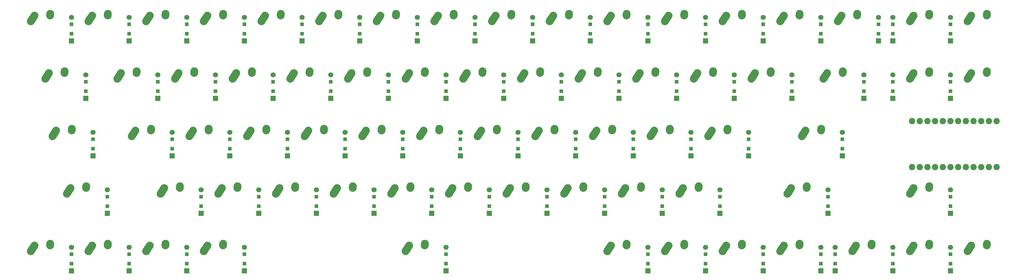
<source format=gbs>
%TF.GenerationSoftware,KiCad,Pcbnew,(5.1.6-0-10_14)*%
%TF.CreationDate,2020-08-01T01:29:04+08:00*%
%TF.ProjectId,K45.0,4b34352e-302e-46b6-9963-61645f706362,rev?*%
%TF.SameCoordinates,Original*%
%TF.FileFunction,Soldermask,Bot*%
%TF.FilePolarity,Negative*%
%FSLAX46Y46*%
G04 Gerber Fmt 4.6, Leading zero omitted, Abs format (unit mm)*
G04 Created by KiCad (PCBNEW (5.1.6-0-10_14)) date 2020-08-01 01:29:04*
%MOMM*%
%LPD*%
G01*
G04 APERTURE LIST*
%ADD10C,2.082800*%
%ADD11C,1.700000*%
%ADD12R,1.700000X1.700000*%
%ADD13R,1.300000X1.300000*%
G04 APERTURE END LIST*
D10*
%TO.C,B1*%
X342106250Y-151923750D03*
X344646250Y-151923750D03*
X347186250Y-151923750D03*
X349726250Y-151923750D03*
X352266250Y-151923750D03*
X354806250Y-151923750D03*
X357346250Y-151923750D03*
X359886250Y-151923750D03*
X362426250Y-151923750D03*
X364966250Y-151923750D03*
X367506250Y-151923750D03*
X370046250Y-151923750D03*
X370046250Y-167163750D03*
X367506250Y-167163750D03*
X364966250Y-167163750D03*
X362426250Y-167163750D03*
X359886250Y-167163750D03*
X357346250Y-167163750D03*
X354806250Y-167163750D03*
X352266250Y-167163750D03*
X349726250Y-167163750D03*
X347186250Y-167163750D03*
X344646250Y-167163750D03*
X342106250Y-167163750D03*
%TD*%
%TO.C,K_PGDN1*%
G36*
G01*
X359375379Y-137224076D02*
X360584303Y-135326446D01*
G75*
G02*
X362379201Y-134928526I1096409J-698489D01*
G01*
X362379201Y-134928526D01*
G75*
G02*
X362777121Y-136723424I-698489J-1096409D01*
G01*
X361568197Y-138621054D01*
G75*
G02*
X359773299Y-139018974I-1096409J698489D01*
G01*
X359773299Y-139018974D01*
G75*
G02*
X359375379Y-137224076I698489J1096409D01*
G01*
G37*
G36*
G01*
X365534536Y-135904659D02*
X365573984Y-135326002D01*
G75*
G02*
X366959394Y-134117432I1296990J-88420D01*
G01*
X366959394Y-134117432D01*
G75*
G02*
X368167964Y-135502842I-88420J-1296990D01*
G01*
X368128516Y-136081498D01*
G75*
G02*
X366743106Y-137290068I-1296990J88420D01*
G01*
X366743106Y-137290068D01*
G75*
G02*
X365534536Y-135904658I88420J1296990D01*
G01*
G37*
%TD*%
%TO.C,K_ESC1*%
G36*
G01*
X49812879Y-118174076D02*
X51021803Y-116276446D01*
G75*
G02*
X52816701Y-115878526I1096409J-698489D01*
G01*
X52816701Y-115878526D01*
G75*
G02*
X53214621Y-117673424I-698489J-1096409D01*
G01*
X52005697Y-119571054D01*
G75*
G02*
X50210799Y-119968974I-1096409J698489D01*
G01*
X50210799Y-119968974D01*
G75*
G02*
X49812879Y-118174076I698489J1096409D01*
G01*
G37*
G36*
G01*
X55972036Y-116854659D02*
X56011484Y-116276002D01*
G75*
G02*
X57396894Y-115067432I1296990J-88420D01*
G01*
X57396894Y-115067432D01*
G75*
G02*
X58605464Y-116452842I-88420J-1296990D01*
G01*
X58566016Y-117031498D01*
G75*
G02*
X57180606Y-118240068I-1296990J88420D01*
G01*
X57180606Y-118240068D01*
G75*
G02*
X55972036Y-116854658I88420J1296990D01*
G01*
G37*
%TD*%
D11*
%TO.C,D_0*%
X254793750Y-117543750D03*
D12*
X254793750Y-125343750D03*
D13*
X254793750Y-123018750D03*
X254793750Y-119868750D03*
%TD*%
D11*
%TO.C,D_1*%
X83343750Y-117543750D03*
D12*
X83343750Y-125343750D03*
D13*
X83343750Y-123018750D03*
X83343750Y-119868750D03*
%TD*%
D11*
%TO.C,D_2*%
X102393750Y-117543750D03*
D12*
X102393750Y-125343750D03*
D13*
X102393750Y-123018750D03*
X102393750Y-119868750D03*
%TD*%
D11*
%TO.C,D_3*%
X121443750Y-117543750D03*
D12*
X121443750Y-125343750D03*
D13*
X121443750Y-123018750D03*
X121443750Y-119868750D03*
%TD*%
D11*
%TO.C,D_4*%
X140493750Y-117543750D03*
D12*
X140493750Y-125343750D03*
D13*
X140493750Y-123018750D03*
X140493750Y-119868750D03*
%TD*%
D11*
%TO.C,D_5*%
X159543750Y-117543750D03*
D12*
X159543750Y-125343750D03*
D13*
X159543750Y-123018750D03*
X159543750Y-119868750D03*
%TD*%
D11*
%TO.C,D_6*%
X178593750Y-117543750D03*
D12*
X178593750Y-125343750D03*
D13*
X178593750Y-123018750D03*
X178593750Y-119868750D03*
%TD*%
D11*
%TO.C,D_7*%
X197643750Y-117543750D03*
D12*
X197643750Y-125343750D03*
D13*
X197643750Y-123018750D03*
X197643750Y-119868750D03*
%TD*%
D11*
%TO.C,D_8*%
X216693750Y-117543750D03*
D12*
X216693750Y-125343750D03*
D13*
X216693750Y-123018750D03*
X216693750Y-119868750D03*
%TD*%
D11*
%TO.C,D_9*%
X235743750Y-117543750D03*
D12*
X235743750Y-125343750D03*
D13*
X235743750Y-123018750D03*
X235743750Y-119868750D03*
%TD*%
D11*
%TO.C,D_A1*%
X97631250Y-155643750D03*
D12*
X97631250Y-163443750D03*
D13*
X97631250Y-161118750D03*
X97631250Y-157968750D03*
%TD*%
%TO.C,D_B1*%
X183356250Y-177018750D03*
X183356250Y-180168750D03*
D12*
X183356250Y-182493750D03*
D11*
X183356250Y-174693750D03*
%TD*%
%TO.C,D_backslash1*%
X326231250Y-136593750D03*
D12*
X326231250Y-144393750D03*
D13*
X326231250Y-142068750D03*
X326231250Y-138918750D03*
%TD*%
%TO.C,D_C1*%
X145256250Y-177018750D03*
X145256250Y-180168750D03*
D12*
X145256250Y-182493750D03*
D11*
X145256250Y-174693750D03*
%TD*%
%TO.C,D_CAPLK1*%
X71437500Y-155643750D03*
D12*
X71437500Y-163443750D03*
D13*
X71437500Y-161118750D03*
X71437500Y-157968750D03*
%TD*%
%TO.C,D_comma1*%
X240506250Y-177018750D03*
X240506250Y-180168750D03*
D12*
X240506250Y-182493750D03*
D11*
X240506250Y-174693750D03*
%TD*%
D13*
%TO.C,D_D1*%
X135731250Y-157968750D03*
X135731250Y-161118750D03*
D12*
X135731250Y-163443750D03*
D11*
X135731250Y-155643750D03*
%TD*%
%TO.C,D_DEL1*%
X330993750Y-117543750D03*
D12*
X330993750Y-125343750D03*
D13*
X330993750Y-123018750D03*
X330993750Y-119868750D03*
%TD*%
%TO.C,D_DN1*%
X335756250Y-196068750D03*
X335756250Y-199218750D03*
D12*
X335756250Y-201543750D03*
D11*
X335756250Y-193743750D03*
%TD*%
D13*
%TO.C,D_dot1*%
X259556250Y-177018750D03*
X259556250Y-180168750D03*
D12*
X259556250Y-182493750D03*
D11*
X259556250Y-174693750D03*
%TD*%
%TO.C,D_E1*%
X130968750Y-136593750D03*
D12*
X130968750Y-144393750D03*
D13*
X130968750Y-142068750D03*
X130968750Y-138918750D03*
%TD*%
D11*
%TO.C,D_END1*%
X335756250Y-136593750D03*
D12*
X335756250Y-144393750D03*
D13*
X335756250Y-142068750D03*
X335756250Y-138918750D03*
%TD*%
%TO.C,D_ENTER1*%
X319087500Y-157968750D03*
X319087500Y-161118750D03*
D12*
X319087500Y-163443750D03*
D11*
X319087500Y-155643750D03*
%TD*%
%TO.C,D_ESC1*%
X64293750Y-117543750D03*
D12*
X64293750Y-125343750D03*
D13*
X64293750Y-123018750D03*
X64293750Y-119868750D03*
%TD*%
%TO.C,D_F1*%
X154781250Y-157968750D03*
X154781250Y-161118750D03*
D12*
X154781250Y-163443750D03*
D11*
X154781250Y-155643750D03*
%TD*%
D13*
%TO.C,D_G1*%
X173831250Y-157968750D03*
X173831250Y-161118750D03*
D12*
X173831250Y-163443750D03*
D11*
X173831250Y-155643750D03*
%TD*%
D13*
%TO.C,D_H1*%
X192881250Y-157968750D03*
X192881250Y-161118750D03*
D12*
X192881250Y-163443750D03*
D11*
X192881250Y-155643750D03*
%TD*%
%TO.C,D_HOME1*%
X335756250Y-117543750D03*
D12*
X335756250Y-125343750D03*
D13*
X335756250Y-123018750D03*
X335756250Y-119868750D03*
%TD*%
D11*
%TO.C,D_I1*%
X226218750Y-136593750D03*
D12*
X226218750Y-144393750D03*
D13*
X226218750Y-142068750D03*
X226218750Y-138918750D03*
%TD*%
%TO.C,D_J1*%
X211931250Y-157968750D03*
X211931250Y-161118750D03*
D12*
X211931250Y-163443750D03*
D11*
X211931250Y-155643750D03*
%TD*%
D13*
%TO.C,D_K1*%
X230981250Y-157968750D03*
X230981250Y-161118750D03*
D12*
X230981250Y-163443750D03*
D11*
X230981250Y-155643750D03*
%TD*%
D13*
%TO.C,D_L1*%
X250031250Y-157968750D03*
X250031250Y-161118750D03*
D12*
X250031250Y-163443750D03*
D11*
X250031250Y-155643750D03*
%TD*%
D13*
%TO.C,D_LALT1*%
X102393750Y-196068750D03*
X102393750Y-199218750D03*
D12*
X102393750Y-201543750D03*
D11*
X102393750Y-193743750D03*
%TD*%
D13*
%TO.C,D_LCMD1*%
X121443750Y-196068750D03*
X121443750Y-199218750D03*
D12*
X121443750Y-201543750D03*
D11*
X121443750Y-193743750D03*
%TD*%
D13*
%TO.C,D_LCTRL1*%
X83343750Y-196068750D03*
X83343750Y-199218750D03*
D12*
X83343750Y-201543750D03*
D11*
X83343750Y-193743750D03*
%TD*%
%TO.C,D_leftsquare1*%
X283368750Y-136593750D03*
D12*
X283368750Y-144393750D03*
D13*
X283368750Y-142068750D03*
X283368750Y-138918750D03*
%TD*%
%TO.C,D_LFN1*%
X64293750Y-196068750D03*
X64293750Y-199218750D03*
D12*
X64293750Y-201543750D03*
D11*
X64293750Y-193743750D03*
%TD*%
D13*
%TO.C,D_LIFT1*%
X292893750Y-196068750D03*
X292893750Y-199218750D03*
D12*
X292893750Y-201543750D03*
D11*
X292893750Y-193743750D03*
%TD*%
D13*
%TO.C,D_LSHIFT1*%
X76200000Y-177018750D03*
X76200000Y-180168750D03*
D12*
X76200000Y-182493750D03*
D11*
X76200000Y-174693750D03*
%TD*%
D13*
%TO.C,D_LT1*%
X316706250Y-196068750D03*
X316706250Y-199218750D03*
D12*
X316706250Y-201543750D03*
D11*
X316706250Y-193743750D03*
%TD*%
D13*
%TO.C,D_M1*%
X221456250Y-177018750D03*
X221456250Y-180168750D03*
D12*
X221456250Y-182493750D03*
D11*
X221456250Y-174693750D03*
%TD*%
%TO.C,D_minus1*%
X273843750Y-117543750D03*
D12*
X273843750Y-125343750D03*
D13*
X273843750Y-123018750D03*
X273843750Y-119868750D03*
%TD*%
%TO.C,D_N1*%
X202406250Y-177018750D03*
X202406250Y-180168750D03*
D12*
X202406250Y-182493750D03*
D11*
X202406250Y-174693750D03*
%TD*%
%TO.C,D_O1*%
X245268750Y-136593750D03*
D12*
X245268750Y-144393750D03*
D13*
X245268750Y-142068750D03*
X245268750Y-138918750D03*
%TD*%
D11*
%TO.C,D_P1*%
X264318750Y-136593750D03*
D12*
X264318750Y-144393750D03*
D13*
X264318750Y-142068750D03*
X264318750Y-138918750D03*
%TD*%
D11*
%TO.C,D_PGDN1*%
X354806250Y-136593750D03*
D12*
X354806250Y-144393750D03*
D13*
X354806250Y-142068750D03*
X354806250Y-138918750D03*
%TD*%
D11*
%TO.C,D_PGUP1*%
X354806250Y-117543750D03*
D12*
X354806250Y-125343750D03*
D13*
X354806250Y-123018750D03*
X354806250Y-119868750D03*
%TD*%
D11*
%TO.C,D_plus1*%
X292893750Y-117543750D03*
D12*
X292893750Y-125343750D03*
D13*
X292893750Y-123018750D03*
X292893750Y-119868750D03*
%TD*%
D11*
%TO.C,D_Q1*%
X92868750Y-136593750D03*
D12*
X92868750Y-144393750D03*
D13*
X92868750Y-142068750D03*
X92868750Y-138918750D03*
%TD*%
%TO.C,D_quote1*%
X288131250Y-157968750D03*
X288131250Y-161118750D03*
D12*
X288131250Y-163443750D03*
D11*
X288131250Y-155643750D03*
%TD*%
%TO.C,D_R1*%
X150018750Y-136593750D03*
D12*
X150018750Y-144393750D03*
D13*
X150018750Y-142068750D03*
X150018750Y-138918750D03*
%TD*%
%TO.C,D_RALT1*%
X273843750Y-196068750D03*
X273843750Y-199218750D03*
D12*
X273843750Y-201543750D03*
D11*
X273843750Y-193743750D03*
%TD*%
D13*
%TO.C,D_RCMD1*%
X254793750Y-196068750D03*
X254793750Y-199218750D03*
D12*
X254793750Y-201543750D03*
D11*
X254793750Y-193743750D03*
%TD*%
D13*
%TO.C,D_RFN1*%
X311943750Y-196068750D03*
X311943750Y-199218750D03*
D12*
X311943750Y-201543750D03*
D11*
X311943750Y-193743750D03*
%TD*%
%TO.C,D_rightsquare1*%
X302418750Y-136593750D03*
D12*
X302418750Y-144393750D03*
D13*
X302418750Y-142068750D03*
X302418750Y-138918750D03*
%TD*%
%TO.C,D_RSHIFT1*%
X314325000Y-177018750D03*
X314325000Y-180168750D03*
D12*
X314325000Y-182493750D03*
D11*
X314325000Y-174693750D03*
%TD*%
D13*
%TO.C,D_RT1*%
X354806250Y-196068750D03*
X354806250Y-199218750D03*
D12*
X354806250Y-201543750D03*
D11*
X354806250Y-193743750D03*
%TD*%
D13*
%TO.C,D_S1*%
X116681250Y-157968750D03*
X116681250Y-161118750D03*
D12*
X116681250Y-163443750D03*
D11*
X116681250Y-155643750D03*
%TD*%
D13*
%TO.C,D_semicolon1*%
X269081250Y-157968750D03*
X269081250Y-161118750D03*
D12*
X269081250Y-163443750D03*
D11*
X269081250Y-155643750D03*
%TD*%
D13*
%TO.C,D_slash1*%
X278606250Y-177018750D03*
X278606250Y-180168750D03*
D12*
X278606250Y-182493750D03*
D11*
X278606250Y-174693750D03*
%TD*%
D13*
%TO.C,D_space1*%
X188118750Y-196068750D03*
X188118750Y-199218750D03*
D12*
X188118750Y-201543750D03*
D11*
X188118750Y-193743750D03*
%TD*%
%TO.C,D_T1*%
X169068750Y-136593750D03*
D12*
X169068750Y-144393750D03*
D13*
X169068750Y-142068750D03*
X169068750Y-138918750D03*
%TD*%
D11*
%TO.C,D_TAB1*%
X69056250Y-136593750D03*
D12*
X69056250Y-144393750D03*
D13*
X69056250Y-142068750D03*
X69056250Y-138918750D03*
%TD*%
D11*
%TO.C,D_tilde1*%
X311943750Y-117543750D03*
D12*
X311943750Y-125343750D03*
D13*
X311943750Y-123018750D03*
X311943750Y-119868750D03*
%TD*%
D11*
%TO.C,D_U1*%
X207168750Y-136593750D03*
D12*
X207168750Y-144393750D03*
D13*
X207168750Y-142068750D03*
X207168750Y-138918750D03*
%TD*%
%TO.C,D_UP1*%
X354806250Y-177018750D03*
X354806250Y-180168750D03*
D12*
X354806250Y-182493750D03*
D11*
X354806250Y-174693750D03*
%TD*%
D13*
%TO.C,D_V1*%
X164306250Y-177018750D03*
X164306250Y-180168750D03*
D12*
X164306250Y-182493750D03*
D11*
X164306250Y-174693750D03*
%TD*%
%TO.C,D_W1*%
X111918750Y-136593750D03*
D12*
X111918750Y-144393750D03*
D13*
X111918750Y-142068750D03*
X111918750Y-138918750D03*
%TD*%
%TO.C,D_X1*%
X126206250Y-177018750D03*
X126206250Y-180168750D03*
D12*
X126206250Y-182493750D03*
D11*
X126206250Y-174693750D03*
%TD*%
%TO.C,D_Y1*%
X188118750Y-136593750D03*
D12*
X188118750Y-144393750D03*
D13*
X188118750Y-142068750D03*
X188118750Y-138918750D03*
%TD*%
%TO.C,D_Z1*%
X107156250Y-177018750D03*
X107156250Y-180168750D03*
D12*
X107156250Y-182493750D03*
D11*
X107156250Y-174693750D03*
%TD*%
%TO.C,K_0*%
G36*
G01*
X246472036Y-116854659D02*
X246511484Y-116276002D01*
G75*
G02*
X247896894Y-115067432I1296990J-88420D01*
G01*
X247896894Y-115067432D01*
G75*
G02*
X249105464Y-116452842I-88420J-1296990D01*
G01*
X249066016Y-117031498D01*
G75*
G02*
X247680606Y-118240068I-1296990J88420D01*
G01*
X247680606Y-118240068D01*
G75*
G02*
X246472036Y-116854658I88420J1296990D01*
G01*
G37*
G36*
G01*
X240312879Y-118174076D02*
X241521803Y-116276446D01*
G75*
G02*
X243316701Y-115878526I1096409J-698489D01*
G01*
X243316701Y-115878526D01*
G75*
G02*
X243714621Y-117673424I-698489J-1096409D01*
G01*
X242505697Y-119571054D01*
G75*
G02*
X240710799Y-119968974I-1096409J698489D01*
G01*
X240710799Y-119968974D01*
G75*
G02*
X240312879Y-118174076I698489J1096409D01*
G01*
G37*
%TD*%
%TO.C,K_1*%
G36*
G01*
X75022036Y-116854659D02*
X75061484Y-116276002D01*
G75*
G02*
X76446894Y-115067432I1296990J-88420D01*
G01*
X76446894Y-115067432D01*
G75*
G02*
X77655464Y-116452842I-88420J-1296990D01*
G01*
X77616016Y-117031498D01*
G75*
G02*
X76230606Y-118240068I-1296990J88420D01*
G01*
X76230606Y-118240068D01*
G75*
G02*
X75022036Y-116854658I88420J1296990D01*
G01*
G37*
G36*
G01*
X68862879Y-118174076D02*
X70071803Y-116276446D01*
G75*
G02*
X71866701Y-115878526I1096409J-698489D01*
G01*
X71866701Y-115878526D01*
G75*
G02*
X72264621Y-117673424I-698489J-1096409D01*
G01*
X71055697Y-119571054D01*
G75*
G02*
X69260799Y-119968974I-1096409J698489D01*
G01*
X69260799Y-119968974D01*
G75*
G02*
X68862879Y-118174076I698489J1096409D01*
G01*
G37*
%TD*%
%TO.C,K_2*%
G36*
G01*
X94072036Y-116854659D02*
X94111484Y-116276002D01*
G75*
G02*
X95496894Y-115067432I1296990J-88420D01*
G01*
X95496894Y-115067432D01*
G75*
G02*
X96705464Y-116452842I-88420J-1296990D01*
G01*
X96666016Y-117031498D01*
G75*
G02*
X95280606Y-118240068I-1296990J88420D01*
G01*
X95280606Y-118240068D01*
G75*
G02*
X94072036Y-116854658I88420J1296990D01*
G01*
G37*
G36*
G01*
X87912879Y-118174076D02*
X89121803Y-116276446D01*
G75*
G02*
X90916701Y-115878526I1096409J-698489D01*
G01*
X90916701Y-115878526D01*
G75*
G02*
X91314621Y-117673424I-698489J-1096409D01*
G01*
X90105697Y-119571054D01*
G75*
G02*
X88310799Y-119968974I-1096409J698489D01*
G01*
X88310799Y-119968974D01*
G75*
G02*
X87912879Y-118174076I698489J1096409D01*
G01*
G37*
%TD*%
%TO.C,K_3*%
G36*
G01*
X113122036Y-116854659D02*
X113161484Y-116276002D01*
G75*
G02*
X114546894Y-115067432I1296990J-88420D01*
G01*
X114546894Y-115067432D01*
G75*
G02*
X115755464Y-116452842I-88420J-1296990D01*
G01*
X115716016Y-117031498D01*
G75*
G02*
X114330606Y-118240068I-1296990J88420D01*
G01*
X114330606Y-118240068D01*
G75*
G02*
X113122036Y-116854658I88420J1296990D01*
G01*
G37*
G36*
G01*
X106962879Y-118174076D02*
X108171803Y-116276446D01*
G75*
G02*
X109966701Y-115878526I1096409J-698489D01*
G01*
X109966701Y-115878526D01*
G75*
G02*
X110364621Y-117673424I-698489J-1096409D01*
G01*
X109155697Y-119571054D01*
G75*
G02*
X107360799Y-119968974I-1096409J698489D01*
G01*
X107360799Y-119968974D01*
G75*
G02*
X106962879Y-118174076I698489J1096409D01*
G01*
G37*
%TD*%
%TO.C,K_4*%
G36*
G01*
X132172036Y-116854659D02*
X132211484Y-116276002D01*
G75*
G02*
X133596894Y-115067432I1296990J-88420D01*
G01*
X133596894Y-115067432D01*
G75*
G02*
X134805464Y-116452842I-88420J-1296990D01*
G01*
X134766016Y-117031498D01*
G75*
G02*
X133380606Y-118240068I-1296990J88420D01*
G01*
X133380606Y-118240068D01*
G75*
G02*
X132172036Y-116854658I88420J1296990D01*
G01*
G37*
G36*
G01*
X126012879Y-118174076D02*
X127221803Y-116276446D01*
G75*
G02*
X129016701Y-115878526I1096409J-698489D01*
G01*
X129016701Y-115878526D01*
G75*
G02*
X129414621Y-117673424I-698489J-1096409D01*
G01*
X128205697Y-119571054D01*
G75*
G02*
X126410799Y-119968974I-1096409J698489D01*
G01*
X126410799Y-119968974D01*
G75*
G02*
X126012879Y-118174076I698489J1096409D01*
G01*
G37*
%TD*%
%TO.C,K_5*%
G36*
G01*
X151222036Y-116854659D02*
X151261484Y-116276002D01*
G75*
G02*
X152646894Y-115067432I1296990J-88420D01*
G01*
X152646894Y-115067432D01*
G75*
G02*
X153855464Y-116452842I-88420J-1296990D01*
G01*
X153816016Y-117031498D01*
G75*
G02*
X152430606Y-118240068I-1296990J88420D01*
G01*
X152430606Y-118240068D01*
G75*
G02*
X151222036Y-116854658I88420J1296990D01*
G01*
G37*
G36*
G01*
X145062879Y-118174076D02*
X146271803Y-116276446D01*
G75*
G02*
X148066701Y-115878526I1096409J-698489D01*
G01*
X148066701Y-115878526D01*
G75*
G02*
X148464621Y-117673424I-698489J-1096409D01*
G01*
X147255697Y-119571054D01*
G75*
G02*
X145460799Y-119968974I-1096409J698489D01*
G01*
X145460799Y-119968974D01*
G75*
G02*
X145062879Y-118174076I698489J1096409D01*
G01*
G37*
%TD*%
%TO.C,K_6*%
G36*
G01*
X170272036Y-116854659D02*
X170311484Y-116276002D01*
G75*
G02*
X171696894Y-115067432I1296990J-88420D01*
G01*
X171696894Y-115067432D01*
G75*
G02*
X172905464Y-116452842I-88420J-1296990D01*
G01*
X172866016Y-117031498D01*
G75*
G02*
X171480606Y-118240068I-1296990J88420D01*
G01*
X171480606Y-118240068D01*
G75*
G02*
X170272036Y-116854658I88420J1296990D01*
G01*
G37*
G36*
G01*
X164112879Y-118174076D02*
X165321803Y-116276446D01*
G75*
G02*
X167116701Y-115878526I1096409J-698489D01*
G01*
X167116701Y-115878526D01*
G75*
G02*
X167514621Y-117673424I-698489J-1096409D01*
G01*
X166305697Y-119571054D01*
G75*
G02*
X164510799Y-119968974I-1096409J698489D01*
G01*
X164510799Y-119968974D01*
G75*
G02*
X164112879Y-118174076I698489J1096409D01*
G01*
G37*
%TD*%
%TO.C,K_7*%
G36*
G01*
X189322036Y-116854659D02*
X189361484Y-116276002D01*
G75*
G02*
X190746894Y-115067432I1296990J-88420D01*
G01*
X190746894Y-115067432D01*
G75*
G02*
X191955464Y-116452842I-88420J-1296990D01*
G01*
X191916016Y-117031498D01*
G75*
G02*
X190530606Y-118240068I-1296990J88420D01*
G01*
X190530606Y-118240068D01*
G75*
G02*
X189322036Y-116854658I88420J1296990D01*
G01*
G37*
G36*
G01*
X183162879Y-118174076D02*
X184371803Y-116276446D01*
G75*
G02*
X186166701Y-115878526I1096409J-698489D01*
G01*
X186166701Y-115878526D01*
G75*
G02*
X186564621Y-117673424I-698489J-1096409D01*
G01*
X185355697Y-119571054D01*
G75*
G02*
X183560799Y-119968974I-1096409J698489D01*
G01*
X183560799Y-119968974D01*
G75*
G02*
X183162879Y-118174076I698489J1096409D01*
G01*
G37*
%TD*%
%TO.C,K_8*%
G36*
G01*
X208372036Y-116854659D02*
X208411484Y-116276002D01*
G75*
G02*
X209796894Y-115067432I1296990J-88420D01*
G01*
X209796894Y-115067432D01*
G75*
G02*
X211005464Y-116452842I-88420J-1296990D01*
G01*
X210966016Y-117031498D01*
G75*
G02*
X209580606Y-118240068I-1296990J88420D01*
G01*
X209580606Y-118240068D01*
G75*
G02*
X208372036Y-116854658I88420J1296990D01*
G01*
G37*
G36*
G01*
X202212879Y-118174076D02*
X203421803Y-116276446D01*
G75*
G02*
X205216701Y-115878526I1096409J-698489D01*
G01*
X205216701Y-115878526D01*
G75*
G02*
X205614621Y-117673424I-698489J-1096409D01*
G01*
X204405697Y-119571054D01*
G75*
G02*
X202610799Y-119968974I-1096409J698489D01*
G01*
X202610799Y-119968974D01*
G75*
G02*
X202212879Y-118174076I698489J1096409D01*
G01*
G37*
%TD*%
%TO.C,K_9*%
G36*
G01*
X227422036Y-116854659D02*
X227461484Y-116276002D01*
G75*
G02*
X228846894Y-115067432I1296990J-88420D01*
G01*
X228846894Y-115067432D01*
G75*
G02*
X230055464Y-116452842I-88420J-1296990D01*
G01*
X230016016Y-117031498D01*
G75*
G02*
X228630606Y-118240068I-1296990J88420D01*
G01*
X228630606Y-118240068D01*
G75*
G02*
X227422036Y-116854658I88420J1296990D01*
G01*
G37*
G36*
G01*
X221262879Y-118174076D02*
X222471803Y-116276446D01*
G75*
G02*
X224266701Y-115878526I1096409J-698489D01*
G01*
X224266701Y-115878526D01*
G75*
G02*
X224664621Y-117673424I-698489J-1096409D01*
G01*
X223455697Y-119571054D01*
G75*
G02*
X221660799Y-119968974I-1096409J698489D01*
G01*
X221660799Y-119968974D01*
G75*
G02*
X221262879Y-118174076I698489J1096409D01*
G01*
G37*
%TD*%
%TO.C,K_A1*%
G36*
G01*
X83150379Y-156274076D02*
X84359303Y-154376446D01*
G75*
G02*
X86154201Y-153978526I1096409J-698489D01*
G01*
X86154201Y-153978526D01*
G75*
G02*
X86552121Y-155773424I-698489J-1096409D01*
G01*
X85343197Y-157671054D01*
G75*
G02*
X83548299Y-158068974I-1096409J698489D01*
G01*
X83548299Y-158068974D01*
G75*
G02*
X83150379Y-156274076I698489J1096409D01*
G01*
G37*
G36*
G01*
X89309536Y-154954659D02*
X89348984Y-154376002D01*
G75*
G02*
X90734394Y-153167432I1296990J-88420D01*
G01*
X90734394Y-153167432D01*
G75*
G02*
X91942964Y-154552842I-88420J-1296990D01*
G01*
X91903516Y-155131498D01*
G75*
G02*
X90518106Y-156340068I-1296990J88420D01*
G01*
X90518106Y-156340068D01*
G75*
G02*
X89309536Y-154954658I88420J1296990D01*
G01*
G37*
%TD*%
%TO.C,K_B1*%
G36*
G01*
X175034536Y-174004659D02*
X175073984Y-173426002D01*
G75*
G02*
X176459394Y-172217432I1296990J-88420D01*
G01*
X176459394Y-172217432D01*
G75*
G02*
X177667964Y-173602842I-88420J-1296990D01*
G01*
X177628516Y-174181498D01*
G75*
G02*
X176243106Y-175390068I-1296990J88420D01*
G01*
X176243106Y-175390068D01*
G75*
G02*
X175034536Y-174004658I88420J1296990D01*
G01*
G37*
G36*
G01*
X168875379Y-175324076D02*
X170084303Y-173426446D01*
G75*
G02*
X171879201Y-173028526I1096409J-698489D01*
G01*
X171879201Y-173028526D01*
G75*
G02*
X172277121Y-174823424I-698489J-1096409D01*
G01*
X171068197Y-176721054D01*
G75*
G02*
X169273299Y-177118974I-1096409J698489D01*
G01*
X169273299Y-177118974D01*
G75*
G02*
X168875379Y-175324076I698489J1096409D01*
G01*
G37*
%TD*%
%TO.C,K_backslash1*%
G36*
G01*
X311750379Y-137224076D02*
X312959303Y-135326446D01*
G75*
G02*
X314754201Y-134928526I1096409J-698489D01*
G01*
X314754201Y-134928526D01*
G75*
G02*
X315152121Y-136723424I-698489J-1096409D01*
G01*
X313943197Y-138621054D01*
G75*
G02*
X312148299Y-139018974I-1096409J698489D01*
G01*
X312148299Y-139018974D01*
G75*
G02*
X311750379Y-137224076I698489J1096409D01*
G01*
G37*
G36*
G01*
X317909536Y-135904659D02*
X317948984Y-135326002D01*
G75*
G02*
X319334394Y-134117432I1296990J-88420D01*
G01*
X319334394Y-134117432D01*
G75*
G02*
X320542964Y-135502842I-88420J-1296990D01*
G01*
X320503516Y-136081498D01*
G75*
G02*
X319118106Y-137290068I-1296990J88420D01*
G01*
X319118106Y-137290068D01*
G75*
G02*
X317909536Y-135904658I88420J1296990D01*
G01*
G37*
%TD*%
%TO.C,K_C1*%
G36*
G01*
X136934536Y-174004659D02*
X136973984Y-173426002D01*
G75*
G02*
X138359394Y-172217432I1296990J-88420D01*
G01*
X138359394Y-172217432D01*
G75*
G02*
X139567964Y-173602842I-88420J-1296990D01*
G01*
X139528516Y-174181498D01*
G75*
G02*
X138143106Y-175390068I-1296990J88420D01*
G01*
X138143106Y-175390068D01*
G75*
G02*
X136934536Y-174004658I88420J1296990D01*
G01*
G37*
G36*
G01*
X130775379Y-175324076D02*
X131984303Y-173426446D01*
G75*
G02*
X133779201Y-173028526I1096409J-698489D01*
G01*
X133779201Y-173028526D01*
G75*
G02*
X134177121Y-174823424I-698489J-1096409D01*
G01*
X132968197Y-176721054D01*
G75*
G02*
X131173299Y-177118974I-1096409J698489D01*
G01*
X131173299Y-177118974D01*
G75*
G02*
X130775379Y-175324076I698489J1096409D01*
G01*
G37*
%TD*%
%TO.C,K_CAPLK1*%
G36*
G01*
X56956629Y-156274076D02*
X58165553Y-154376446D01*
G75*
G02*
X59960451Y-153978526I1096409J-698489D01*
G01*
X59960451Y-153978526D01*
G75*
G02*
X60358371Y-155773424I-698489J-1096409D01*
G01*
X59149447Y-157671054D01*
G75*
G02*
X57354549Y-158068974I-1096409J698489D01*
G01*
X57354549Y-158068974D01*
G75*
G02*
X56956629Y-156274076I698489J1096409D01*
G01*
G37*
G36*
G01*
X63115786Y-154954659D02*
X63155234Y-154376002D01*
G75*
G02*
X64540644Y-153167432I1296990J-88420D01*
G01*
X64540644Y-153167432D01*
G75*
G02*
X65749214Y-154552842I-88420J-1296990D01*
G01*
X65709766Y-155131498D01*
G75*
G02*
X64324356Y-156340068I-1296990J88420D01*
G01*
X64324356Y-156340068D01*
G75*
G02*
X63115786Y-154954658I88420J1296990D01*
G01*
G37*
%TD*%
%TO.C,K_comma1*%
G36*
G01*
X232184536Y-174004659D02*
X232223984Y-173426002D01*
G75*
G02*
X233609394Y-172217432I1296990J-88420D01*
G01*
X233609394Y-172217432D01*
G75*
G02*
X234817964Y-173602842I-88420J-1296990D01*
G01*
X234778516Y-174181498D01*
G75*
G02*
X233393106Y-175390068I-1296990J88420D01*
G01*
X233393106Y-175390068D01*
G75*
G02*
X232184536Y-174004658I88420J1296990D01*
G01*
G37*
G36*
G01*
X226025379Y-175324076D02*
X227234303Y-173426446D01*
G75*
G02*
X229029201Y-173028526I1096409J-698489D01*
G01*
X229029201Y-173028526D01*
G75*
G02*
X229427121Y-174823424I-698489J-1096409D01*
G01*
X228218197Y-176721054D01*
G75*
G02*
X226423299Y-177118974I-1096409J698489D01*
G01*
X226423299Y-177118974D01*
G75*
G02*
X226025379Y-175324076I698489J1096409D01*
G01*
G37*
%TD*%
%TO.C,K_D1*%
G36*
G01*
X127409536Y-154954659D02*
X127448984Y-154376002D01*
G75*
G02*
X128834394Y-153167432I1296990J-88420D01*
G01*
X128834394Y-153167432D01*
G75*
G02*
X130042964Y-154552842I-88420J-1296990D01*
G01*
X130003516Y-155131498D01*
G75*
G02*
X128618106Y-156340068I-1296990J88420D01*
G01*
X128618106Y-156340068D01*
G75*
G02*
X127409536Y-154954658I88420J1296990D01*
G01*
G37*
G36*
G01*
X121250379Y-156274076D02*
X122459303Y-154376446D01*
G75*
G02*
X124254201Y-153978526I1096409J-698489D01*
G01*
X124254201Y-153978526D01*
G75*
G02*
X124652121Y-155773424I-698489J-1096409D01*
G01*
X123443197Y-157671054D01*
G75*
G02*
X121648299Y-158068974I-1096409J698489D01*
G01*
X121648299Y-158068974D01*
G75*
G02*
X121250379Y-156274076I698489J1096409D01*
G01*
G37*
%TD*%
%TO.C,K_DEL1*%
G36*
G01*
X316512879Y-118174076D02*
X317721803Y-116276446D01*
G75*
G02*
X319516701Y-115878526I1096409J-698489D01*
G01*
X319516701Y-115878526D01*
G75*
G02*
X319914621Y-117673424I-698489J-1096409D01*
G01*
X318705697Y-119571054D01*
G75*
G02*
X316910799Y-119968974I-1096409J698489D01*
G01*
X316910799Y-119968974D01*
G75*
G02*
X316512879Y-118174076I698489J1096409D01*
G01*
G37*
G36*
G01*
X322672036Y-116854659D02*
X322711484Y-116276002D01*
G75*
G02*
X324096894Y-115067432I1296990J-88420D01*
G01*
X324096894Y-115067432D01*
G75*
G02*
X325305464Y-116452842I-88420J-1296990D01*
G01*
X325266016Y-117031498D01*
G75*
G02*
X323880606Y-118240068I-1296990J88420D01*
G01*
X323880606Y-118240068D01*
G75*
G02*
X322672036Y-116854658I88420J1296990D01*
G01*
G37*
%TD*%
%TO.C,K_DN1*%
G36*
G01*
X340325379Y-194374076D02*
X341534303Y-192476446D01*
G75*
G02*
X343329201Y-192078526I1096409J-698489D01*
G01*
X343329201Y-192078526D01*
G75*
G02*
X343727121Y-193873424I-698489J-1096409D01*
G01*
X342518197Y-195771054D01*
G75*
G02*
X340723299Y-196168974I-1096409J698489D01*
G01*
X340723299Y-196168974D01*
G75*
G02*
X340325379Y-194374076I698489J1096409D01*
G01*
G37*
G36*
G01*
X346484536Y-193054659D02*
X346523984Y-192476002D01*
G75*
G02*
X347909394Y-191267432I1296990J-88420D01*
G01*
X347909394Y-191267432D01*
G75*
G02*
X349117964Y-192652842I-88420J-1296990D01*
G01*
X349078516Y-193231498D01*
G75*
G02*
X347693106Y-194440068I-1296990J88420D01*
G01*
X347693106Y-194440068D01*
G75*
G02*
X346484536Y-193054658I88420J1296990D01*
G01*
G37*
%TD*%
%TO.C,K_dot1*%
G36*
G01*
X251234536Y-174004659D02*
X251273984Y-173426002D01*
G75*
G02*
X252659394Y-172217432I1296990J-88420D01*
G01*
X252659394Y-172217432D01*
G75*
G02*
X253867964Y-173602842I-88420J-1296990D01*
G01*
X253828516Y-174181498D01*
G75*
G02*
X252443106Y-175390068I-1296990J88420D01*
G01*
X252443106Y-175390068D01*
G75*
G02*
X251234536Y-174004658I88420J1296990D01*
G01*
G37*
G36*
G01*
X245075379Y-175324076D02*
X246284303Y-173426446D01*
G75*
G02*
X248079201Y-173028526I1096409J-698489D01*
G01*
X248079201Y-173028526D01*
G75*
G02*
X248477121Y-174823424I-698489J-1096409D01*
G01*
X247268197Y-176721054D01*
G75*
G02*
X245473299Y-177118974I-1096409J698489D01*
G01*
X245473299Y-177118974D01*
G75*
G02*
X245075379Y-175324076I698489J1096409D01*
G01*
G37*
%TD*%
%TO.C,K_E1*%
G36*
G01*
X116487879Y-137224076D02*
X117696803Y-135326446D01*
G75*
G02*
X119491701Y-134928526I1096409J-698489D01*
G01*
X119491701Y-134928526D01*
G75*
G02*
X119889621Y-136723424I-698489J-1096409D01*
G01*
X118680697Y-138621054D01*
G75*
G02*
X116885799Y-139018974I-1096409J698489D01*
G01*
X116885799Y-139018974D01*
G75*
G02*
X116487879Y-137224076I698489J1096409D01*
G01*
G37*
G36*
G01*
X122647036Y-135904659D02*
X122686484Y-135326002D01*
G75*
G02*
X124071894Y-134117432I1296990J-88420D01*
G01*
X124071894Y-134117432D01*
G75*
G02*
X125280464Y-135502842I-88420J-1296990D01*
G01*
X125241016Y-136081498D01*
G75*
G02*
X123855606Y-137290068I-1296990J88420D01*
G01*
X123855606Y-137290068D01*
G75*
G02*
X122647036Y-135904658I88420J1296990D01*
G01*
G37*
%TD*%
%TO.C,K_END1*%
G36*
G01*
X340325379Y-137224076D02*
X341534303Y-135326446D01*
G75*
G02*
X343329201Y-134928526I1096409J-698489D01*
G01*
X343329201Y-134928526D01*
G75*
G02*
X343727121Y-136723424I-698489J-1096409D01*
G01*
X342518197Y-138621054D01*
G75*
G02*
X340723299Y-139018974I-1096409J698489D01*
G01*
X340723299Y-139018974D01*
G75*
G02*
X340325379Y-137224076I698489J1096409D01*
G01*
G37*
G36*
G01*
X346484536Y-135904659D02*
X346523984Y-135326002D01*
G75*
G02*
X347909394Y-134117432I1296990J-88420D01*
G01*
X347909394Y-134117432D01*
G75*
G02*
X349117964Y-135502842I-88420J-1296990D01*
G01*
X349078516Y-136081498D01*
G75*
G02*
X347693106Y-137290068I-1296990J88420D01*
G01*
X347693106Y-137290068D01*
G75*
G02*
X346484536Y-135904658I88420J1296990D01*
G01*
G37*
%TD*%
%TO.C,K_ENTER1*%
G36*
G01*
X310765786Y-154954659D02*
X310805234Y-154376002D01*
G75*
G02*
X312190644Y-153167432I1296990J-88420D01*
G01*
X312190644Y-153167432D01*
G75*
G02*
X313399214Y-154552842I-88420J-1296990D01*
G01*
X313359766Y-155131498D01*
G75*
G02*
X311974356Y-156340068I-1296990J88420D01*
G01*
X311974356Y-156340068D01*
G75*
G02*
X310765786Y-154954658I88420J1296990D01*
G01*
G37*
G36*
G01*
X304606629Y-156274076D02*
X305815553Y-154376446D01*
G75*
G02*
X307610451Y-153978526I1096409J-698489D01*
G01*
X307610451Y-153978526D01*
G75*
G02*
X308008371Y-155773424I-698489J-1096409D01*
G01*
X306799447Y-157671054D01*
G75*
G02*
X305004549Y-158068974I-1096409J698489D01*
G01*
X305004549Y-158068974D01*
G75*
G02*
X304606629Y-156274076I698489J1096409D01*
G01*
G37*
%TD*%
%TO.C,K_F1*%
G36*
G01*
X146459536Y-154954659D02*
X146498984Y-154376002D01*
G75*
G02*
X147884394Y-153167432I1296990J-88420D01*
G01*
X147884394Y-153167432D01*
G75*
G02*
X149092964Y-154552842I-88420J-1296990D01*
G01*
X149053516Y-155131498D01*
G75*
G02*
X147668106Y-156340068I-1296990J88420D01*
G01*
X147668106Y-156340068D01*
G75*
G02*
X146459536Y-154954658I88420J1296990D01*
G01*
G37*
G36*
G01*
X140300379Y-156274076D02*
X141509303Y-154376446D01*
G75*
G02*
X143304201Y-153978526I1096409J-698489D01*
G01*
X143304201Y-153978526D01*
G75*
G02*
X143702121Y-155773424I-698489J-1096409D01*
G01*
X142493197Y-157671054D01*
G75*
G02*
X140698299Y-158068974I-1096409J698489D01*
G01*
X140698299Y-158068974D01*
G75*
G02*
X140300379Y-156274076I698489J1096409D01*
G01*
G37*
%TD*%
%TO.C,K_G1*%
G36*
G01*
X165509536Y-154954659D02*
X165548984Y-154376002D01*
G75*
G02*
X166934394Y-153167432I1296990J-88420D01*
G01*
X166934394Y-153167432D01*
G75*
G02*
X168142964Y-154552842I-88420J-1296990D01*
G01*
X168103516Y-155131498D01*
G75*
G02*
X166718106Y-156340068I-1296990J88420D01*
G01*
X166718106Y-156340068D01*
G75*
G02*
X165509536Y-154954658I88420J1296990D01*
G01*
G37*
G36*
G01*
X159350379Y-156274076D02*
X160559303Y-154376446D01*
G75*
G02*
X162354201Y-153978526I1096409J-698489D01*
G01*
X162354201Y-153978526D01*
G75*
G02*
X162752121Y-155773424I-698489J-1096409D01*
G01*
X161543197Y-157671054D01*
G75*
G02*
X159748299Y-158068974I-1096409J698489D01*
G01*
X159748299Y-158068974D01*
G75*
G02*
X159350379Y-156274076I698489J1096409D01*
G01*
G37*
%TD*%
%TO.C,K_H1*%
G36*
G01*
X184559536Y-154954659D02*
X184598984Y-154376002D01*
G75*
G02*
X185984394Y-153167432I1296990J-88420D01*
G01*
X185984394Y-153167432D01*
G75*
G02*
X187192964Y-154552842I-88420J-1296990D01*
G01*
X187153516Y-155131498D01*
G75*
G02*
X185768106Y-156340068I-1296990J88420D01*
G01*
X185768106Y-156340068D01*
G75*
G02*
X184559536Y-154954658I88420J1296990D01*
G01*
G37*
G36*
G01*
X178400379Y-156274076D02*
X179609303Y-154376446D01*
G75*
G02*
X181404201Y-153978526I1096409J-698489D01*
G01*
X181404201Y-153978526D01*
G75*
G02*
X181802121Y-155773424I-698489J-1096409D01*
G01*
X180593197Y-157671054D01*
G75*
G02*
X178798299Y-158068974I-1096409J698489D01*
G01*
X178798299Y-158068974D01*
G75*
G02*
X178400379Y-156274076I698489J1096409D01*
G01*
G37*
%TD*%
%TO.C,K_HOME1*%
G36*
G01*
X340325379Y-118174076D02*
X341534303Y-116276446D01*
G75*
G02*
X343329201Y-115878526I1096409J-698489D01*
G01*
X343329201Y-115878526D01*
G75*
G02*
X343727121Y-117673424I-698489J-1096409D01*
G01*
X342518197Y-119571054D01*
G75*
G02*
X340723299Y-119968974I-1096409J698489D01*
G01*
X340723299Y-119968974D01*
G75*
G02*
X340325379Y-118174076I698489J1096409D01*
G01*
G37*
G36*
G01*
X346484536Y-116854659D02*
X346523984Y-116276002D01*
G75*
G02*
X347909394Y-115067432I1296990J-88420D01*
G01*
X347909394Y-115067432D01*
G75*
G02*
X349117964Y-116452842I-88420J-1296990D01*
G01*
X349078516Y-117031498D01*
G75*
G02*
X347693106Y-118240068I-1296990J88420D01*
G01*
X347693106Y-118240068D01*
G75*
G02*
X346484536Y-116854658I88420J1296990D01*
G01*
G37*
%TD*%
%TO.C,K_I1*%
G36*
G01*
X211737879Y-137224076D02*
X212946803Y-135326446D01*
G75*
G02*
X214741701Y-134928526I1096409J-698489D01*
G01*
X214741701Y-134928526D01*
G75*
G02*
X215139621Y-136723424I-698489J-1096409D01*
G01*
X213930697Y-138621054D01*
G75*
G02*
X212135799Y-139018974I-1096409J698489D01*
G01*
X212135799Y-139018974D01*
G75*
G02*
X211737879Y-137224076I698489J1096409D01*
G01*
G37*
G36*
G01*
X217897036Y-135904659D02*
X217936484Y-135326002D01*
G75*
G02*
X219321894Y-134117432I1296990J-88420D01*
G01*
X219321894Y-134117432D01*
G75*
G02*
X220530464Y-135502842I-88420J-1296990D01*
G01*
X220491016Y-136081498D01*
G75*
G02*
X219105606Y-137290068I-1296990J88420D01*
G01*
X219105606Y-137290068D01*
G75*
G02*
X217897036Y-135904658I88420J1296990D01*
G01*
G37*
%TD*%
%TO.C,K_J1*%
G36*
G01*
X203609536Y-154954659D02*
X203648984Y-154376002D01*
G75*
G02*
X205034394Y-153167432I1296990J-88420D01*
G01*
X205034394Y-153167432D01*
G75*
G02*
X206242964Y-154552842I-88420J-1296990D01*
G01*
X206203516Y-155131498D01*
G75*
G02*
X204818106Y-156340068I-1296990J88420D01*
G01*
X204818106Y-156340068D01*
G75*
G02*
X203609536Y-154954658I88420J1296990D01*
G01*
G37*
G36*
G01*
X197450379Y-156274076D02*
X198659303Y-154376446D01*
G75*
G02*
X200454201Y-153978526I1096409J-698489D01*
G01*
X200454201Y-153978526D01*
G75*
G02*
X200852121Y-155773424I-698489J-1096409D01*
G01*
X199643197Y-157671054D01*
G75*
G02*
X197848299Y-158068974I-1096409J698489D01*
G01*
X197848299Y-158068974D01*
G75*
G02*
X197450379Y-156274076I698489J1096409D01*
G01*
G37*
%TD*%
%TO.C,K_K1*%
G36*
G01*
X222659536Y-154954659D02*
X222698984Y-154376002D01*
G75*
G02*
X224084394Y-153167432I1296990J-88420D01*
G01*
X224084394Y-153167432D01*
G75*
G02*
X225292964Y-154552842I-88420J-1296990D01*
G01*
X225253516Y-155131498D01*
G75*
G02*
X223868106Y-156340068I-1296990J88420D01*
G01*
X223868106Y-156340068D01*
G75*
G02*
X222659536Y-154954658I88420J1296990D01*
G01*
G37*
G36*
G01*
X216500379Y-156274076D02*
X217709303Y-154376446D01*
G75*
G02*
X219504201Y-153978526I1096409J-698489D01*
G01*
X219504201Y-153978526D01*
G75*
G02*
X219902121Y-155773424I-698489J-1096409D01*
G01*
X218693197Y-157671054D01*
G75*
G02*
X216898299Y-158068974I-1096409J698489D01*
G01*
X216898299Y-158068974D01*
G75*
G02*
X216500379Y-156274076I698489J1096409D01*
G01*
G37*
%TD*%
%TO.C,K_L1*%
G36*
G01*
X241709536Y-154954659D02*
X241748984Y-154376002D01*
G75*
G02*
X243134394Y-153167432I1296990J-88420D01*
G01*
X243134394Y-153167432D01*
G75*
G02*
X244342964Y-154552842I-88420J-1296990D01*
G01*
X244303516Y-155131498D01*
G75*
G02*
X242918106Y-156340068I-1296990J88420D01*
G01*
X242918106Y-156340068D01*
G75*
G02*
X241709536Y-154954658I88420J1296990D01*
G01*
G37*
G36*
G01*
X235550379Y-156274076D02*
X236759303Y-154376446D01*
G75*
G02*
X238554201Y-153978526I1096409J-698489D01*
G01*
X238554201Y-153978526D01*
G75*
G02*
X238952121Y-155773424I-698489J-1096409D01*
G01*
X237743197Y-157671054D01*
G75*
G02*
X235948299Y-158068974I-1096409J698489D01*
G01*
X235948299Y-158068974D01*
G75*
G02*
X235550379Y-156274076I698489J1096409D01*
G01*
G37*
%TD*%
%TO.C,K_LALT1*%
G36*
G01*
X87912879Y-194374076D02*
X89121803Y-192476446D01*
G75*
G02*
X90916701Y-192078526I1096409J-698489D01*
G01*
X90916701Y-192078526D01*
G75*
G02*
X91314621Y-193873424I-698489J-1096409D01*
G01*
X90105697Y-195771054D01*
G75*
G02*
X88310799Y-196168974I-1096409J698489D01*
G01*
X88310799Y-196168974D01*
G75*
G02*
X87912879Y-194374076I698489J1096409D01*
G01*
G37*
G36*
G01*
X94072036Y-193054659D02*
X94111484Y-192476002D01*
G75*
G02*
X95496894Y-191267432I1296990J-88420D01*
G01*
X95496894Y-191267432D01*
G75*
G02*
X96705464Y-192652842I-88420J-1296990D01*
G01*
X96666016Y-193231498D01*
G75*
G02*
X95280606Y-194440068I-1296990J88420D01*
G01*
X95280606Y-194440068D01*
G75*
G02*
X94072036Y-193054658I88420J1296990D01*
G01*
G37*
%TD*%
%TO.C,K_LCMD1*%
G36*
G01*
X106962879Y-194374076D02*
X108171803Y-192476446D01*
G75*
G02*
X109966701Y-192078526I1096409J-698489D01*
G01*
X109966701Y-192078526D01*
G75*
G02*
X110364621Y-193873424I-698489J-1096409D01*
G01*
X109155697Y-195771054D01*
G75*
G02*
X107360799Y-196168974I-1096409J698489D01*
G01*
X107360799Y-196168974D01*
G75*
G02*
X106962879Y-194374076I698489J1096409D01*
G01*
G37*
G36*
G01*
X113122036Y-193054659D02*
X113161484Y-192476002D01*
G75*
G02*
X114546894Y-191267432I1296990J-88420D01*
G01*
X114546894Y-191267432D01*
G75*
G02*
X115755464Y-192652842I-88420J-1296990D01*
G01*
X115716016Y-193231498D01*
G75*
G02*
X114330606Y-194440068I-1296990J88420D01*
G01*
X114330606Y-194440068D01*
G75*
G02*
X113122036Y-193054658I88420J1296990D01*
G01*
G37*
%TD*%
%TO.C,K_LCTRL1*%
G36*
G01*
X68862879Y-194374076D02*
X70071803Y-192476446D01*
G75*
G02*
X71866701Y-192078526I1096409J-698489D01*
G01*
X71866701Y-192078526D01*
G75*
G02*
X72264621Y-193873424I-698489J-1096409D01*
G01*
X71055697Y-195771054D01*
G75*
G02*
X69260799Y-196168974I-1096409J698489D01*
G01*
X69260799Y-196168974D01*
G75*
G02*
X68862879Y-194374076I698489J1096409D01*
G01*
G37*
G36*
G01*
X75022036Y-193054659D02*
X75061484Y-192476002D01*
G75*
G02*
X76446894Y-191267432I1296990J-88420D01*
G01*
X76446894Y-191267432D01*
G75*
G02*
X77655464Y-192652842I-88420J-1296990D01*
G01*
X77616016Y-193231498D01*
G75*
G02*
X76230606Y-194440068I-1296990J88420D01*
G01*
X76230606Y-194440068D01*
G75*
G02*
X75022036Y-193054658I88420J1296990D01*
G01*
G37*
%TD*%
%TO.C,K_leftsquare1*%
G36*
G01*
X268887879Y-137224076D02*
X270096803Y-135326446D01*
G75*
G02*
X271891701Y-134928526I1096409J-698489D01*
G01*
X271891701Y-134928526D01*
G75*
G02*
X272289621Y-136723424I-698489J-1096409D01*
G01*
X271080697Y-138621054D01*
G75*
G02*
X269285799Y-139018974I-1096409J698489D01*
G01*
X269285799Y-139018974D01*
G75*
G02*
X268887879Y-137224076I698489J1096409D01*
G01*
G37*
G36*
G01*
X275047036Y-135904659D02*
X275086484Y-135326002D01*
G75*
G02*
X276471894Y-134117432I1296990J-88420D01*
G01*
X276471894Y-134117432D01*
G75*
G02*
X277680464Y-135502842I-88420J-1296990D01*
G01*
X277641016Y-136081498D01*
G75*
G02*
X276255606Y-137290068I-1296990J88420D01*
G01*
X276255606Y-137290068D01*
G75*
G02*
X275047036Y-135904658I88420J1296990D01*
G01*
G37*
%TD*%
%TO.C,K_LFN1*%
G36*
G01*
X49812879Y-194374076D02*
X51021803Y-192476446D01*
G75*
G02*
X52816701Y-192078526I1096409J-698489D01*
G01*
X52816701Y-192078526D01*
G75*
G02*
X53214621Y-193873424I-698489J-1096409D01*
G01*
X52005697Y-195771054D01*
G75*
G02*
X50210799Y-196168974I-1096409J698489D01*
G01*
X50210799Y-196168974D01*
G75*
G02*
X49812879Y-194374076I698489J1096409D01*
G01*
G37*
G36*
G01*
X55972036Y-193054659D02*
X56011484Y-192476002D01*
G75*
G02*
X57396894Y-191267432I1296990J-88420D01*
G01*
X57396894Y-191267432D01*
G75*
G02*
X58605464Y-192652842I-88420J-1296990D01*
G01*
X58566016Y-193231498D01*
G75*
G02*
X57180606Y-194440068I-1296990J88420D01*
G01*
X57180606Y-194440068D01*
G75*
G02*
X55972036Y-193054658I88420J1296990D01*
G01*
G37*
%TD*%
%TO.C,K_LIFT1*%
G36*
G01*
X278412879Y-194374076D02*
X279621803Y-192476446D01*
G75*
G02*
X281416701Y-192078526I1096409J-698489D01*
G01*
X281416701Y-192078526D01*
G75*
G02*
X281814621Y-193873424I-698489J-1096409D01*
G01*
X280605697Y-195771054D01*
G75*
G02*
X278810799Y-196168974I-1096409J698489D01*
G01*
X278810799Y-196168974D01*
G75*
G02*
X278412879Y-194374076I698489J1096409D01*
G01*
G37*
G36*
G01*
X284572036Y-193054659D02*
X284611484Y-192476002D01*
G75*
G02*
X285996894Y-191267432I1296990J-88420D01*
G01*
X285996894Y-191267432D01*
G75*
G02*
X287205464Y-192652842I-88420J-1296990D01*
G01*
X287166016Y-193231498D01*
G75*
G02*
X285780606Y-194440068I-1296990J88420D01*
G01*
X285780606Y-194440068D01*
G75*
G02*
X284572036Y-193054658I88420J1296990D01*
G01*
G37*
%TD*%
%TO.C,K_LSHIFT1*%
G36*
G01*
X67878286Y-174004659D02*
X67917734Y-173426002D01*
G75*
G02*
X69303144Y-172217432I1296990J-88420D01*
G01*
X69303144Y-172217432D01*
G75*
G02*
X70511714Y-173602842I-88420J-1296990D01*
G01*
X70472266Y-174181498D01*
G75*
G02*
X69086856Y-175390068I-1296990J88420D01*
G01*
X69086856Y-175390068D01*
G75*
G02*
X67878286Y-174004658I88420J1296990D01*
G01*
G37*
G36*
G01*
X61719129Y-175324076D02*
X62928053Y-173426446D01*
G75*
G02*
X64722951Y-173028526I1096409J-698489D01*
G01*
X64722951Y-173028526D01*
G75*
G02*
X65120871Y-174823424I-698489J-1096409D01*
G01*
X63911947Y-176721054D01*
G75*
G02*
X62117049Y-177118974I-1096409J698489D01*
G01*
X62117049Y-177118974D01*
G75*
G02*
X61719129Y-175324076I698489J1096409D01*
G01*
G37*
%TD*%
%TO.C,K_LT1*%
G36*
G01*
X321275379Y-194374076D02*
X322484303Y-192476446D01*
G75*
G02*
X324279201Y-192078526I1096409J-698489D01*
G01*
X324279201Y-192078526D01*
G75*
G02*
X324677121Y-193873424I-698489J-1096409D01*
G01*
X323468197Y-195771054D01*
G75*
G02*
X321673299Y-196168974I-1096409J698489D01*
G01*
X321673299Y-196168974D01*
G75*
G02*
X321275379Y-194374076I698489J1096409D01*
G01*
G37*
G36*
G01*
X327434536Y-193054659D02*
X327473984Y-192476002D01*
G75*
G02*
X328859394Y-191267432I1296990J-88420D01*
G01*
X328859394Y-191267432D01*
G75*
G02*
X330067964Y-192652842I-88420J-1296990D01*
G01*
X330028516Y-193231498D01*
G75*
G02*
X328643106Y-194440068I-1296990J88420D01*
G01*
X328643106Y-194440068D01*
G75*
G02*
X327434536Y-193054658I88420J1296990D01*
G01*
G37*
%TD*%
%TO.C,K_M1*%
G36*
G01*
X213134536Y-174004659D02*
X213173984Y-173426002D01*
G75*
G02*
X214559394Y-172217432I1296990J-88420D01*
G01*
X214559394Y-172217432D01*
G75*
G02*
X215767964Y-173602842I-88420J-1296990D01*
G01*
X215728516Y-174181498D01*
G75*
G02*
X214343106Y-175390068I-1296990J88420D01*
G01*
X214343106Y-175390068D01*
G75*
G02*
X213134536Y-174004658I88420J1296990D01*
G01*
G37*
G36*
G01*
X206975379Y-175324076D02*
X208184303Y-173426446D01*
G75*
G02*
X209979201Y-173028526I1096409J-698489D01*
G01*
X209979201Y-173028526D01*
G75*
G02*
X210377121Y-174823424I-698489J-1096409D01*
G01*
X209168197Y-176721054D01*
G75*
G02*
X207373299Y-177118974I-1096409J698489D01*
G01*
X207373299Y-177118974D01*
G75*
G02*
X206975379Y-175324076I698489J1096409D01*
G01*
G37*
%TD*%
%TO.C,K_minus1*%
G36*
G01*
X265522036Y-116854659D02*
X265561484Y-116276002D01*
G75*
G02*
X266946894Y-115067432I1296990J-88420D01*
G01*
X266946894Y-115067432D01*
G75*
G02*
X268155464Y-116452842I-88420J-1296990D01*
G01*
X268116016Y-117031498D01*
G75*
G02*
X266730606Y-118240068I-1296990J88420D01*
G01*
X266730606Y-118240068D01*
G75*
G02*
X265522036Y-116854658I88420J1296990D01*
G01*
G37*
G36*
G01*
X259362879Y-118174076D02*
X260571803Y-116276446D01*
G75*
G02*
X262366701Y-115878526I1096409J-698489D01*
G01*
X262366701Y-115878526D01*
G75*
G02*
X262764621Y-117673424I-698489J-1096409D01*
G01*
X261555697Y-119571054D01*
G75*
G02*
X259760799Y-119968974I-1096409J698489D01*
G01*
X259760799Y-119968974D01*
G75*
G02*
X259362879Y-118174076I698489J1096409D01*
G01*
G37*
%TD*%
%TO.C,K_N1*%
G36*
G01*
X194084536Y-174004659D02*
X194123984Y-173426002D01*
G75*
G02*
X195509394Y-172217432I1296990J-88420D01*
G01*
X195509394Y-172217432D01*
G75*
G02*
X196717964Y-173602842I-88420J-1296990D01*
G01*
X196678516Y-174181498D01*
G75*
G02*
X195293106Y-175390068I-1296990J88420D01*
G01*
X195293106Y-175390068D01*
G75*
G02*
X194084536Y-174004658I88420J1296990D01*
G01*
G37*
G36*
G01*
X187925379Y-175324076D02*
X189134303Y-173426446D01*
G75*
G02*
X190929201Y-173028526I1096409J-698489D01*
G01*
X190929201Y-173028526D01*
G75*
G02*
X191327121Y-174823424I-698489J-1096409D01*
G01*
X190118197Y-176721054D01*
G75*
G02*
X188323299Y-177118974I-1096409J698489D01*
G01*
X188323299Y-177118974D01*
G75*
G02*
X187925379Y-175324076I698489J1096409D01*
G01*
G37*
%TD*%
%TO.C,K_O1*%
G36*
G01*
X230787879Y-137224076D02*
X231996803Y-135326446D01*
G75*
G02*
X233791701Y-134928526I1096409J-698489D01*
G01*
X233791701Y-134928526D01*
G75*
G02*
X234189621Y-136723424I-698489J-1096409D01*
G01*
X232980697Y-138621054D01*
G75*
G02*
X231185799Y-139018974I-1096409J698489D01*
G01*
X231185799Y-139018974D01*
G75*
G02*
X230787879Y-137224076I698489J1096409D01*
G01*
G37*
G36*
G01*
X236947036Y-135904659D02*
X236986484Y-135326002D01*
G75*
G02*
X238371894Y-134117432I1296990J-88420D01*
G01*
X238371894Y-134117432D01*
G75*
G02*
X239580464Y-135502842I-88420J-1296990D01*
G01*
X239541016Y-136081498D01*
G75*
G02*
X238155606Y-137290068I-1296990J88420D01*
G01*
X238155606Y-137290068D01*
G75*
G02*
X236947036Y-135904658I88420J1296990D01*
G01*
G37*
%TD*%
%TO.C,K_P1*%
G36*
G01*
X249837879Y-137224076D02*
X251046803Y-135326446D01*
G75*
G02*
X252841701Y-134928526I1096409J-698489D01*
G01*
X252841701Y-134928526D01*
G75*
G02*
X253239621Y-136723424I-698489J-1096409D01*
G01*
X252030697Y-138621054D01*
G75*
G02*
X250235799Y-139018974I-1096409J698489D01*
G01*
X250235799Y-139018974D01*
G75*
G02*
X249837879Y-137224076I698489J1096409D01*
G01*
G37*
G36*
G01*
X255997036Y-135904659D02*
X256036484Y-135326002D01*
G75*
G02*
X257421894Y-134117432I1296990J-88420D01*
G01*
X257421894Y-134117432D01*
G75*
G02*
X258630464Y-135502842I-88420J-1296990D01*
G01*
X258591016Y-136081498D01*
G75*
G02*
X257205606Y-137290068I-1296990J88420D01*
G01*
X257205606Y-137290068D01*
G75*
G02*
X255997036Y-135904658I88420J1296990D01*
G01*
G37*
%TD*%
%TO.C,K_PGUP1*%
G36*
G01*
X359375379Y-118174076D02*
X360584303Y-116276446D01*
G75*
G02*
X362379201Y-115878526I1096409J-698489D01*
G01*
X362379201Y-115878526D01*
G75*
G02*
X362777121Y-117673424I-698489J-1096409D01*
G01*
X361568197Y-119571054D01*
G75*
G02*
X359773299Y-119968974I-1096409J698489D01*
G01*
X359773299Y-119968974D01*
G75*
G02*
X359375379Y-118174076I698489J1096409D01*
G01*
G37*
G36*
G01*
X365534536Y-116854659D02*
X365573984Y-116276002D01*
G75*
G02*
X366959394Y-115067432I1296990J-88420D01*
G01*
X366959394Y-115067432D01*
G75*
G02*
X368167964Y-116452842I-88420J-1296990D01*
G01*
X368128516Y-117031498D01*
G75*
G02*
X366743106Y-118240068I-1296990J88420D01*
G01*
X366743106Y-118240068D01*
G75*
G02*
X365534536Y-116854658I88420J1296990D01*
G01*
G37*
%TD*%
%TO.C,K_plus1*%
G36*
G01*
X284572036Y-116854659D02*
X284611484Y-116276002D01*
G75*
G02*
X285996894Y-115067432I1296990J-88420D01*
G01*
X285996894Y-115067432D01*
G75*
G02*
X287205464Y-116452842I-88420J-1296990D01*
G01*
X287166016Y-117031498D01*
G75*
G02*
X285780606Y-118240068I-1296990J88420D01*
G01*
X285780606Y-118240068D01*
G75*
G02*
X284572036Y-116854658I88420J1296990D01*
G01*
G37*
G36*
G01*
X278412879Y-118174076D02*
X279621803Y-116276446D01*
G75*
G02*
X281416701Y-115878526I1096409J-698489D01*
G01*
X281416701Y-115878526D01*
G75*
G02*
X281814621Y-117673424I-698489J-1096409D01*
G01*
X280605697Y-119571054D01*
G75*
G02*
X278810799Y-119968974I-1096409J698489D01*
G01*
X278810799Y-119968974D01*
G75*
G02*
X278412879Y-118174076I698489J1096409D01*
G01*
G37*
%TD*%
%TO.C,K_Q1*%
G36*
G01*
X78387879Y-137224076D02*
X79596803Y-135326446D01*
G75*
G02*
X81391701Y-134928526I1096409J-698489D01*
G01*
X81391701Y-134928526D01*
G75*
G02*
X81789621Y-136723424I-698489J-1096409D01*
G01*
X80580697Y-138621054D01*
G75*
G02*
X78785799Y-139018974I-1096409J698489D01*
G01*
X78785799Y-139018974D01*
G75*
G02*
X78387879Y-137224076I698489J1096409D01*
G01*
G37*
G36*
G01*
X84547036Y-135904659D02*
X84586484Y-135326002D01*
G75*
G02*
X85971894Y-134117432I1296990J-88420D01*
G01*
X85971894Y-134117432D01*
G75*
G02*
X87180464Y-135502842I-88420J-1296990D01*
G01*
X87141016Y-136081498D01*
G75*
G02*
X85755606Y-137290068I-1296990J88420D01*
G01*
X85755606Y-137290068D01*
G75*
G02*
X84547036Y-135904658I88420J1296990D01*
G01*
G37*
%TD*%
%TO.C,K_quote1*%
G36*
G01*
X279809536Y-154954659D02*
X279848984Y-154376002D01*
G75*
G02*
X281234394Y-153167432I1296990J-88420D01*
G01*
X281234394Y-153167432D01*
G75*
G02*
X282442964Y-154552842I-88420J-1296990D01*
G01*
X282403516Y-155131498D01*
G75*
G02*
X281018106Y-156340068I-1296990J88420D01*
G01*
X281018106Y-156340068D01*
G75*
G02*
X279809536Y-154954658I88420J1296990D01*
G01*
G37*
G36*
G01*
X273650379Y-156274076D02*
X274859303Y-154376446D01*
G75*
G02*
X276654201Y-153978526I1096409J-698489D01*
G01*
X276654201Y-153978526D01*
G75*
G02*
X277052121Y-155773424I-698489J-1096409D01*
G01*
X275843197Y-157671054D01*
G75*
G02*
X274048299Y-158068974I-1096409J698489D01*
G01*
X274048299Y-158068974D01*
G75*
G02*
X273650379Y-156274076I698489J1096409D01*
G01*
G37*
%TD*%
%TO.C,K_R1*%
G36*
G01*
X135537879Y-137224076D02*
X136746803Y-135326446D01*
G75*
G02*
X138541701Y-134928526I1096409J-698489D01*
G01*
X138541701Y-134928526D01*
G75*
G02*
X138939621Y-136723424I-698489J-1096409D01*
G01*
X137730697Y-138621054D01*
G75*
G02*
X135935799Y-139018974I-1096409J698489D01*
G01*
X135935799Y-139018974D01*
G75*
G02*
X135537879Y-137224076I698489J1096409D01*
G01*
G37*
G36*
G01*
X141697036Y-135904659D02*
X141736484Y-135326002D01*
G75*
G02*
X143121894Y-134117432I1296990J-88420D01*
G01*
X143121894Y-134117432D01*
G75*
G02*
X144330464Y-135502842I-88420J-1296990D01*
G01*
X144291016Y-136081498D01*
G75*
G02*
X142905606Y-137290068I-1296990J88420D01*
G01*
X142905606Y-137290068D01*
G75*
G02*
X141697036Y-135904658I88420J1296990D01*
G01*
G37*
%TD*%
%TO.C,K_RALT1*%
G36*
G01*
X259362879Y-194374076D02*
X260571803Y-192476446D01*
G75*
G02*
X262366701Y-192078526I1096409J-698489D01*
G01*
X262366701Y-192078526D01*
G75*
G02*
X262764621Y-193873424I-698489J-1096409D01*
G01*
X261555697Y-195771054D01*
G75*
G02*
X259760799Y-196168974I-1096409J698489D01*
G01*
X259760799Y-196168974D01*
G75*
G02*
X259362879Y-194374076I698489J1096409D01*
G01*
G37*
G36*
G01*
X265522036Y-193054659D02*
X265561484Y-192476002D01*
G75*
G02*
X266946894Y-191267432I1296990J-88420D01*
G01*
X266946894Y-191267432D01*
G75*
G02*
X268155464Y-192652842I-88420J-1296990D01*
G01*
X268116016Y-193231498D01*
G75*
G02*
X266730606Y-194440068I-1296990J88420D01*
G01*
X266730606Y-194440068D01*
G75*
G02*
X265522036Y-193054658I88420J1296990D01*
G01*
G37*
%TD*%
%TO.C,K_RCMD1*%
G36*
G01*
X240312879Y-194374076D02*
X241521803Y-192476446D01*
G75*
G02*
X243316701Y-192078526I1096409J-698489D01*
G01*
X243316701Y-192078526D01*
G75*
G02*
X243714621Y-193873424I-698489J-1096409D01*
G01*
X242505697Y-195771054D01*
G75*
G02*
X240710799Y-196168974I-1096409J698489D01*
G01*
X240710799Y-196168974D01*
G75*
G02*
X240312879Y-194374076I698489J1096409D01*
G01*
G37*
G36*
G01*
X246472036Y-193054659D02*
X246511484Y-192476002D01*
G75*
G02*
X247896894Y-191267432I1296990J-88420D01*
G01*
X247896894Y-191267432D01*
G75*
G02*
X249105464Y-192652842I-88420J-1296990D01*
G01*
X249066016Y-193231498D01*
G75*
G02*
X247680606Y-194440068I-1296990J88420D01*
G01*
X247680606Y-194440068D01*
G75*
G02*
X246472036Y-193054658I88420J1296990D01*
G01*
G37*
%TD*%
%TO.C,K_RFN1*%
G36*
G01*
X297462879Y-194374076D02*
X298671803Y-192476446D01*
G75*
G02*
X300466701Y-192078526I1096409J-698489D01*
G01*
X300466701Y-192078526D01*
G75*
G02*
X300864621Y-193873424I-698489J-1096409D01*
G01*
X299655697Y-195771054D01*
G75*
G02*
X297860799Y-196168974I-1096409J698489D01*
G01*
X297860799Y-196168974D01*
G75*
G02*
X297462879Y-194374076I698489J1096409D01*
G01*
G37*
G36*
G01*
X303622036Y-193054659D02*
X303661484Y-192476002D01*
G75*
G02*
X305046894Y-191267432I1296990J-88420D01*
G01*
X305046894Y-191267432D01*
G75*
G02*
X306255464Y-192652842I-88420J-1296990D01*
G01*
X306216016Y-193231498D01*
G75*
G02*
X304830606Y-194440068I-1296990J88420D01*
G01*
X304830606Y-194440068D01*
G75*
G02*
X303622036Y-193054658I88420J1296990D01*
G01*
G37*
%TD*%
%TO.C,K_rightsquare1*%
G36*
G01*
X287937879Y-137224076D02*
X289146803Y-135326446D01*
G75*
G02*
X290941701Y-134928526I1096409J-698489D01*
G01*
X290941701Y-134928526D01*
G75*
G02*
X291339621Y-136723424I-698489J-1096409D01*
G01*
X290130697Y-138621054D01*
G75*
G02*
X288335799Y-139018974I-1096409J698489D01*
G01*
X288335799Y-139018974D01*
G75*
G02*
X287937879Y-137224076I698489J1096409D01*
G01*
G37*
G36*
G01*
X294097036Y-135904659D02*
X294136484Y-135326002D01*
G75*
G02*
X295521894Y-134117432I1296990J-88420D01*
G01*
X295521894Y-134117432D01*
G75*
G02*
X296730464Y-135502842I-88420J-1296990D01*
G01*
X296691016Y-136081498D01*
G75*
G02*
X295305606Y-137290068I-1296990J88420D01*
G01*
X295305606Y-137290068D01*
G75*
G02*
X294097036Y-135904658I88420J1296990D01*
G01*
G37*
%TD*%
%TO.C,K_RSHIFT1*%
G36*
G01*
X306003286Y-174004659D02*
X306042734Y-173426002D01*
G75*
G02*
X307428144Y-172217432I1296990J-88420D01*
G01*
X307428144Y-172217432D01*
G75*
G02*
X308636714Y-173602842I-88420J-1296990D01*
G01*
X308597266Y-174181498D01*
G75*
G02*
X307211856Y-175390068I-1296990J88420D01*
G01*
X307211856Y-175390068D01*
G75*
G02*
X306003286Y-174004658I88420J1296990D01*
G01*
G37*
G36*
G01*
X299844129Y-175324076D02*
X301053053Y-173426446D01*
G75*
G02*
X302847951Y-173028526I1096409J-698489D01*
G01*
X302847951Y-173028526D01*
G75*
G02*
X303245871Y-174823424I-698489J-1096409D01*
G01*
X302036947Y-176721054D01*
G75*
G02*
X300242049Y-177118974I-1096409J698489D01*
G01*
X300242049Y-177118974D01*
G75*
G02*
X299844129Y-175324076I698489J1096409D01*
G01*
G37*
%TD*%
%TO.C,K_RT1*%
G36*
G01*
X359375379Y-194374076D02*
X360584303Y-192476446D01*
G75*
G02*
X362379201Y-192078526I1096409J-698489D01*
G01*
X362379201Y-192078526D01*
G75*
G02*
X362777121Y-193873424I-698489J-1096409D01*
G01*
X361568197Y-195771054D01*
G75*
G02*
X359773299Y-196168974I-1096409J698489D01*
G01*
X359773299Y-196168974D01*
G75*
G02*
X359375379Y-194374076I698489J1096409D01*
G01*
G37*
G36*
G01*
X365534536Y-193054659D02*
X365573984Y-192476002D01*
G75*
G02*
X366959394Y-191267432I1296990J-88420D01*
G01*
X366959394Y-191267432D01*
G75*
G02*
X368167964Y-192652842I-88420J-1296990D01*
G01*
X368128516Y-193231498D01*
G75*
G02*
X366743106Y-194440068I-1296990J88420D01*
G01*
X366743106Y-194440068D01*
G75*
G02*
X365534536Y-193054658I88420J1296990D01*
G01*
G37*
%TD*%
%TO.C,K_S1*%
G36*
G01*
X102200379Y-156274076D02*
X103409303Y-154376446D01*
G75*
G02*
X105204201Y-153978526I1096409J-698489D01*
G01*
X105204201Y-153978526D01*
G75*
G02*
X105602121Y-155773424I-698489J-1096409D01*
G01*
X104393197Y-157671054D01*
G75*
G02*
X102598299Y-158068974I-1096409J698489D01*
G01*
X102598299Y-158068974D01*
G75*
G02*
X102200379Y-156274076I698489J1096409D01*
G01*
G37*
G36*
G01*
X108359536Y-154954659D02*
X108398984Y-154376002D01*
G75*
G02*
X109784394Y-153167432I1296990J-88420D01*
G01*
X109784394Y-153167432D01*
G75*
G02*
X110992964Y-154552842I-88420J-1296990D01*
G01*
X110953516Y-155131498D01*
G75*
G02*
X109568106Y-156340068I-1296990J88420D01*
G01*
X109568106Y-156340068D01*
G75*
G02*
X108359536Y-154954658I88420J1296990D01*
G01*
G37*
%TD*%
%TO.C,K_semicolon1*%
G36*
G01*
X260759536Y-154954659D02*
X260798984Y-154376002D01*
G75*
G02*
X262184394Y-153167432I1296990J-88420D01*
G01*
X262184394Y-153167432D01*
G75*
G02*
X263392964Y-154552842I-88420J-1296990D01*
G01*
X263353516Y-155131498D01*
G75*
G02*
X261968106Y-156340068I-1296990J88420D01*
G01*
X261968106Y-156340068D01*
G75*
G02*
X260759536Y-154954658I88420J1296990D01*
G01*
G37*
G36*
G01*
X254600379Y-156274076D02*
X255809303Y-154376446D01*
G75*
G02*
X257604201Y-153978526I1096409J-698489D01*
G01*
X257604201Y-153978526D01*
G75*
G02*
X258002121Y-155773424I-698489J-1096409D01*
G01*
X256793197Y-157671054D01*
G75*
G02*
X254998299Y-158068974I-1096409J698489D01*
G01*
X254998299Y-158068974D01*
G75*
G02*
X254600379Y-156274076I698489J1096409D01*
G01*
G37*
%TD*%
%TO.C,K_slash1*%
G36*
G01*
X270284536Y-174004659D02*
X270323984Y-173426002D01*
G75*
G02*
X271709394Y-172217432I1296990J-88420D01*
G01*
X271709394Y-172217432D01*
G75*
G02*
X272917964Y-173602842I-88420J-1296990D01*
G01*
X272878516Y-174181498D01*
G75*
G02*
X271493106Y-175390068I-1296990J88420D01*
G01*
X271493106Y-175390068D01*
G75*
G02*
X270284536Y-174004658I88420J1296990D01*
G01*
G37*
G36*
G01*
X264125379Y-175324076D02*
X265334303Y-173426446D01*
G75*
G02*
X267129201Y-173028526I1096409J-698489D01*
G01*
X267129201Y-173028526D01*
G75*
G02*
X267527121Y-174823424I-698489J-1096409D01*
G01*
X266318197Y-176721054D01*
G75*
G02*
X264523299Y-177118974I-1096409J698489D01*
G01*
X264523299Y-177118974D01*
G75*
G02*
X264125379Y-175324076I698489J1096409D01*
G01*
G37*
%TD*%
%TO.C,K_space1*%
G36*
G01*
X173637879Y-194374076D02*
X174846803Y-192476446D01*
G75*
G02*
X176641701Y-192078526I1096409J-698489D01*
G01*
X176641701Y-192078526D01*
G75*
G02*
X177039621Y-193873424I-698489J-1096409D01*
G01*
X175830697Y-195771054D01*
G75*
G02*
X174035799Y-196168974I-1096409J698489D01*
G01*
X174035799Y-196168974D01*
G75*
G02*
X173637879Y-194374076I698489J1096409D01*
G01*
G37*
G36*
G01*
X179797036Y-193054659D02*
X179836484Y-192476002D01*
G75*
G02*
X181221894Y-191267432I1296990J-88420D01*
G01*
X181221894Y-191267432D01*
G75*
G02*
X182430464Y-192652842I-88420J-1296990D01*
G01*
X182391016Y-193231498D01*
G75*
G02*
X181005606Y-194440068I-1296990J88420D01*
G01*
X181005606Y-194440068D01*
G75*
G02*
X179797036Y-193054658I88420J1296990D01*
G01*
G37*
%TD*%
%TO.C,K_T1*%
G36*
G01*
X154587879Y-137224076D02*
X155796803Y-135326446D01*
G75*
G02*
X157591701Y-134928526I1096409J-698489D01*
G01*
X157591701Y-134928526D01*
G75*
G02*
X157989621Y-136723424I-698489J-1096409D01*
G01*
X156780697Y-138621054D01*
G75*
G02*
X154985799Y-139018974I-1096409J698489D01*
G01*
X154985799Y-139018974D01*
G75*
G02*
X154587879Y-137224076I698489J1096409D01*
G01*
G37*
G36*
G01*
X160747036Y-135904659D02*
X160786484Y-135326002D01*
G75*
G02*
X162171894Y-134117432I1296990J-88420D01*
G01*
X162171894Y-134117432D01*
G75*
G02*
X163380464Y-135502842I-88420J-1296990D01*
G01*
X163341016Y-136081498D01*
G75*
G02*
X161955606Y-137290068I-1296990J88420D01*
G01*
X161955606Y-137290068D01*
G75*
G02*
X160747036Y-135904658I88420J1296990D01*
G01*
G37*
%TD*%
%TO.C,K_TAB1*%
G36*
G01*
X54575379Y-137224076D02*
X55784303Y-135326446D01*
G75*
G02*
X57579201Y-134928526I1096409J-698489D01*
G01*
X57579201Y-134928526D01*
G75*
G02*
X57977121Y-136723424I-698489J-1096409D01*
G01*
X56768197Y-138621054D01*
G75*
G02*
X54973299Y-139018974I-1096409J698489D01*
G01*
X54973299Y-139018974D01*
G75*
G02*
X54575379Y-137224076I698489J1096409D01*
G01*
G37*
G36*
G01*
X60734536Y-135904659D02*
X60773984Y-135326002D01*
G75*
G02*
X62159394Y-134117432I1296990J-88420D01*
G01*
X62159394Y-134117432D01*
G75*
G02*
X63367964Y-135502842I-88420J-1296990D01*
G01*
X63328516Y-136081498D01*
G75*
G02*
X61943106Y-137290068I-1296990J88420D01*
G01*
X61943106Y-137290068D01*
G75*
G02*
X60734536Y-135904658I88420J1296990D01*
G01*
G37*
%TD*%
%TO.C,K_tilde1*%
G36*
G01*
X303622036Y-116854659D02*
X303661484Y-116276002D01*
G75*
G02*
X305046894Y-115067432I1296990J-88420D01*
G01*
X305046894Y-115067432D01*
G75*
G02*
X306255464Y-116452842I-88420J-1296990D01*
G01*
X306216016Y-117031498D01*
G75*
G02*
X304830606Y-118240068I-1296990J88420D01*
G01*
X304830606Y-118240068D01*
G75*
G02*
X303622036Y-116854658I88420J1296990D01*
G01*
G37*
G36*
G01*
X297462879Y-118174076D02*
X298671803Y-116276446D01*
G75*
G02*
X300466701Y-115878526I1096409J-698489D01*
G01*
X300466701Y-115878526D01*
G75*
G02*
X300864621Y-117673424I-698489J-1096409D01*
G01*
X299655697Y-119571054D01*
G75*
G02*
X297860799Y-119968974I-1096409J698489D01*
G01*
X297860799Y-119968974D01*
G75*
G02*
X297462879Y-118174076I698489J1096409D01*
G01*
G37*
%TD*%
%TO.C,K_U1*%
G36*
G01*
X192687879Y-137224076D02*
X193896803Y-135326446D01*
G75*
G02*
X195691701Y-134928526I1096409J-698489D01*
G01*
X195691701Y-134928526D01*
G75*
G02*
X196089621Y-136723424I-698489J-1096409D01*
G01*
X194880697Y-138621054D01*
G75*
G02*
X193085799Y-139018974I-1096409J698489D01*
G01*
X193085799Y-139018974D01*
G75*
G02*
X192687879Y-137224076I698489J1096409D01*
G01*
G37*
G36*
G01*
X198847036Y-135904659D02*
X198886484Y-135326002D01*
G75*
G02*
X200271894Y-134117432I1296990J-88420D01*
G01*
X200271894Y-134117432D01*
G75*
G02*
X201480464Y-135502842I-88420J-1296990D01*
G01*
X201441016Y-136081498D01*
G75*
G02*
X200055606Y-137290068I-1296990J88420D01*
G01*
X200055606Y-137290068D01*
G75*
G02*
X198847036Y-135904658I88420J1296990D01*
G01*
G37*
%TD*%
%TO.C,K_UP1*%
G36*
G01*
X340325379Y-175324076D02*
X341534303Y-173426446D01*
G75*
G02*
X343329201Y-173028526I1096409J-698489D01*
G01*
X343329201Y-173028526D01*
G75*
G02*
X343727121Y-174823424I-698489J-1096409D01*
G01*
X342518197Y-176721054D01*
G75*
G02*
X340723299Y-177118974I-1096409J698489D01*
G01*
X340723299Y-177118974D01*
G75*
G02*
X340325379Y-175324076I698489J1096409D01*
G01*
G37*
G36*
G01*
X346484536Y-174004659D02*
X346523984Y-173426002D01*
G75*
G02*
X347909394Y-172217432I1296990J-88420D01*
G01*
X347909394Y-172217432D01*
G75*
G02*
X349117964Y-173602842I-88420J-1296990D01*
G01*
X349078516Y-174181498D01*
G75*
G02*
X347693106Y-175390068I-1296990J88420D01*
G01*
X347693106Y-175390068D01*
G75*
G02*
X346484536Y-174004658I88420J1296990D01*
G01*
G37*
%TD*%
%TO.C,K_V1*%
G36*
G01*
X155984536Y-174004659D02*
X156023984Y-173426002D01*
G75*
G02*
X157409394Y-172217432I1296990J-88420D01*
G01*
X157409394Y-172217432D01*
G75*
G02*
X158617964Y-173602842I-88420J-1296990D01*
G01*
X158578516Y-174181498D01*
G75*
G02*
X157193106Y-175390068I-1296990J88420D01*
G01*
X157193106Y-175390068D01*
G75*
G02*
X155984536Y-174004658I88420J1296990D01*
G01*
G37*
G36*
G01*
X149825379Y-175324076D02*
X151034303Y-173426446D01*
G75*
G02*
X152829201Y-173028526I1096409J-698489D01*
G01*
X152829201Y-173028526D01*
G75*
G02*
X153227121Y-174823424I-698489J-1096409D01*
G01*
X152018197Y-176721054D01*
G75*
G02*
X150223299Y-177118974I-1096409J698489D01*
G01*
X150223299Y-177118974D01*
G75*
G02*
X149825379Y-175324076I698489J1096409D01*
G01*
G37*
%TD*%
%TO.C,K_W1*%
G36*
G01*
X97437879Y-137224076D02*
X98646803Y-135326446D01*
G75*
G02*
X100441701Y-134928526I1096409J-698489D01*
G01*
X100441701Y-134928526D01*
G75*
G02*
X100839621Y-136723424I-698489J-1096409D01*
G01*
X99630697Y-138621054D01*
G75*
G02*
X97835799Y-139018974I-1096409J698489D01*
G01*
X97835799Y-139018974D01*
G75*
G02*
X97437879Y-137224076I698489J1096409D01*
G01*
G37*
G36*
G01*
X103597036Y-135904659D02*
X103636484Y-135326002D01*
G75*
G02*
X105021894Y-134117432I1296990J-88420D01*
G01*
X105021894Y-134117432D01*
G75*
G02*
X106230464Y-135502842I-88420J-1296990D01*
G01*
X106191016Y-136081498D01*
G75*
G02*
X104805606Y-137290068I-1296990J88420D01*
G01*
X104805606Y-137290068D01*
G75*
G02*
X103597036Y-135904658I88420J1296990D01*
G01*
G37*
%TD*%
%TO.C,K_X1*%
G36*
G01*
X117884536Y-174004659D02*
X117923984Y-173426002D01*
G75*
G02*
X119309394Y-172217432I1296990J-88420D01*
G01*
X119309394Y-172217432D01*
G75*
G02*
X120517964Y-173602842I-88420J-1296990D01*
G01*
X120478516Y-174181498D01*
G75*
G02*
X119093106Y-175390068I-1296990J88420D01*
G01*
X119093106Y-175390068D01*
G75*
G02*
X117884536Y-174004658I88420J1296990D01*
G01*
G37*
G36*
G01*
X111725379Y-175324076D02*
X112934303Y-173426446D01*
G75*
G02*
X114729201Y-173028526I1096409J-698489D01*
G01*
X114729201Y-173028526D01*
G75*
G02*
X115127121Y-174823424I-698489J-1096409D01*
G01*
X113918197Y-176721054D01*
G75*
G02*
X112123299Y-177118974I-1096409J698489D01*
G01*
X112123299Y-177118974D01*
G75*
G02*
X111725379Y-175324076I698489J1096409D01*
G01*
G37*
%TD*%
%TO.C,K_Y1*%
G36*
G01*
X173637879Y-137224076D02*
X174846803Y-135326446D01*
G75*
G02*
X176641701Y-134928526I1096409J-698489D01*
G01*
X176641701Y-134928526D01*
G75*
G02*
X177039621Y-136723424I-698489J-1096409D01*
G01*
X175830697Y-138621054D01*
G75*
G02*
X174035799Y-139018974I-1096409J698489D01*
G01*
X174035799Y-139018974D01*
G75*
G02*
X173637879Y-137224076I698489J1096409D01*
G01*
G37*
G36*
G01*
X179797036Y-135904659D02*
X179836484Y-135326002D01*
G75*
G02*
X181221894Y-134117432I1296990J-88420D01*
G01*
X181221894Y-134117432D01*
G75*
G02*
X182430464Y-135502842I-88420J-1296990D01*
G01*
X182391016Y-136081498D01*
G75*
G02*
X181005606Y-137290068I-1296990J88420D01*
G01*
X181005606Y-137290068D01*
G75*
G02*
X179797036Y-135904658I88420J1296990D01*
G01*
G37*
%TD*%
%TO.C,K_Z1*%
G36*
G01*
X98834536Y-174004659D02*
X98873984Y-173426002D01*
G75*
G02*
X100259394Y-172217432I1296990J-88420D01*
G01*
X100259394Y-172217432D01*
G75*
G02*
X101467964Y-173602842I-88420J-1296990D01*
G01*
X101428516Y-174181498D01*
G75*
G02*
X100043106Y-175390068I-1296990J88420D01*
G01*
X100043106Y-175390068D01*
G75*
G02*
X98834536Y-174004658I88420J1296990D01*
G01*
G37*
G36*
G01*
X92675379Y-175324076D02*
X93884303Y-173426446D01*
G75*
G02*
X95679201Y-173028526I1096409J-698489D01*
G01*
X95679201Y-173028526D01*
G75*
G02*
X96077121Y-174823424I-698489J-1096409D01*
G01*
X94868197Y-176721054D01*
G75*
G02*
X93073299Y-177118974I-1096409J698489D01*
G01*
X93073299Y-177118974D01*
G75*
G02*
X92675379Y-175324076I698489J1096409D01*
G01*
G37*
%TD*%
M02*

</source>
